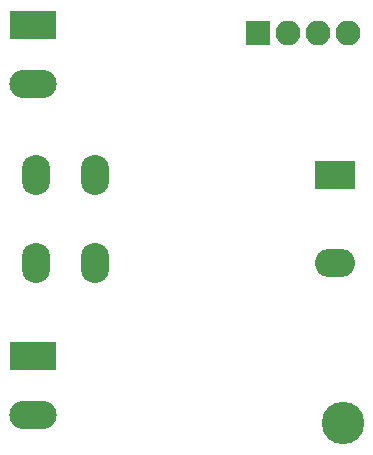
<source format=gbr>
G04 #@! TF.GenerationSoftware,KiCad,Pcbnew,(5.0.1-dev-70-gb7b125d83)*
G04 #@! TF.CreationDate,2018-10-10T22:00:42+02:00*
G04 #@! TF.ProjectId,relay-board,72656C61792D626F6172642E6B696361,rev?*
G04 #@! TF.SameCoordinates,Original*
G04 #@! TF.FileFunction,Soldermask,Bot*
G04 #@! TF.FilePolarity,Negative*
%FSLAX46Y46*%
G04 Gerber Fmt 4.6, Leading zero omitted, Abs format (unit mm)*
G04 Created by KiCad (PCBNEW (5.0.1-dev-70-gb7b125d83)) date 10/10/18 22:00:42*
%MOMM*%
%LPD*%
G01*
G04 APERTURE LIST*
%ADD10C,3.600000*%
%ADD11R,4.000000X2.400000*%
%ADD12O,4.000000X2.400000*%
%ADD13R,2.100000X2.100000*%
%ADD14O,2.100000X2.100000*%
%ADD15R,3.400000X2.400000*%
%ADD16O,3.400000X2.400000*%
%ADD17O,2.400000X3.400000*%
G04 APERTURE END LIST*
D10*
G04 #@! TO.C,REF\002A\002A*
X104500000Y-111000000D03*
G04 #@! TD*
D11*
G04 #@! TO.C,J1*
X78200000Y-77300000D03*
D12*
X78200000Y-82300000D03*
G04 #@! TD*
G04 #@! TO.C,J2*
X78200000Y-110300000D03*
D11*
X78200000Y-105300000D03*
G04 #@! TD*
D13*
G04 #@! TO.C,J3*
X97250000Y-78000000D03*
D14*
X99790000Y-78000000D03*
X102330000Y-78000000D03*
X104870000Y-78000000D03*
G04 #@! TD*
D15*
G04 #@! TO.C,K1*
X103800000Y-90000000D03*
D16*
X103800000Y-97500000D03*
D17*
X83500000Y-90000000D03*
X78460000Y-97500000D03*
X83500000Y-97500000D03*
X78460000Y-90000000D03*
G04 #@! TD*
M02*

</source>
